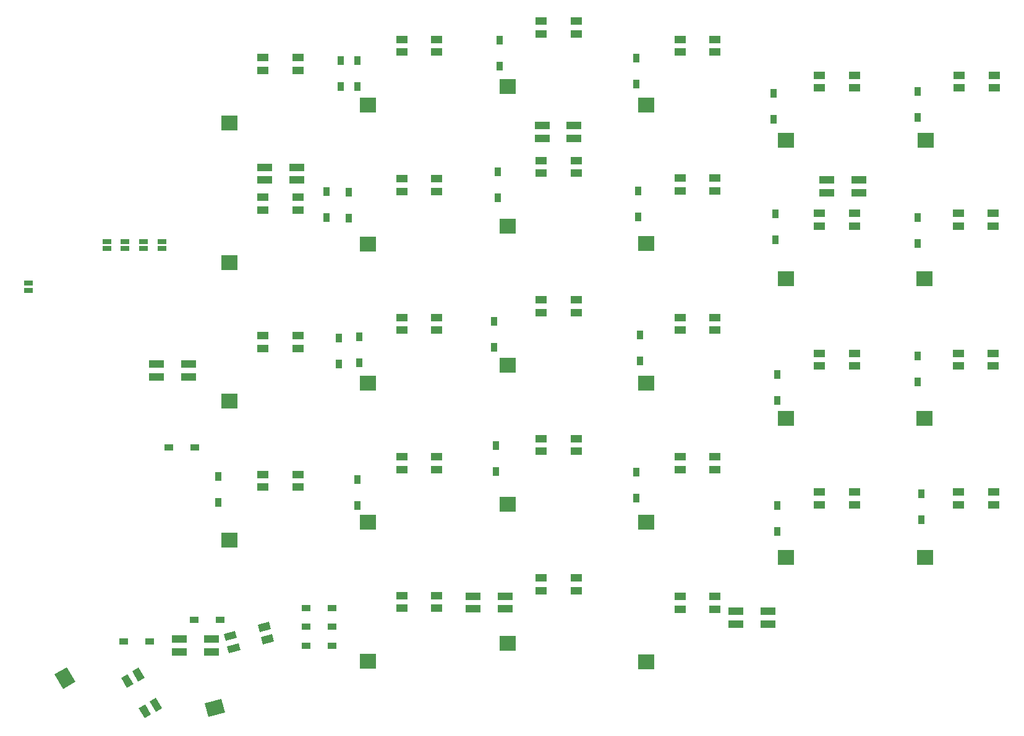
<source format=gtp>
G04 #@! TF.GenerationSoftware,KiCad,Pcbnew,(5.1.10-1-10_14)*
G04 #@! TF.CreationDate,2021-06-06T18:52:18-07:00*
G04 #@! TF.ProjectId,Soflyria,536f666c-7972-4696-912e-6b696361645f,rev?*
G04 #@! TF.SameCoordinates,Original*
G04 #@! TF.FileFunction,Paste,Top*
G04 #@! TF.FilePolarity,Positive*
%FSLAX46Y46*%
G04 Gerber Fmt 4.6, Leading zero omitted, Abs format (unit mm)*
G04 Created by KiCad (PCBNEW (5.1.10-1-10_14)) date 2021-06-06 18:52:18*
%MOMM*%
%LPD*%
G01*
G04 APERTURE LIST*
%ADD10R,2.000000X1.000000*%
%ADD11R,1.600000X1.000000*%
%ADD12R,2.300000X2.000000*%
%ADD13R,1.300000X0.950000*%
%ADD14R,0.950000X1.300000*%
%ADD15C,0.100000*%
%ADD16R,1.143000X0.635000*%
G04 APERTURE END LIST*
D10*
X106650000Y-125005000D03*
X106650000Y-123255000D03*
X111050000Y-125005000D03*
X111050000Y-123255000D03*
X122700000Y-58625000D03*
X122700000Y-60375000D03*
X118300000Y-58625000D03*
X118300000Y-60375000D03*
X156300000Y-54665000D03*
X156300000Y-52915000D03*
X160700000Y-54665000D03*
X160700000Y-52915000D03*
X199700000Y-60375000D03*
X199700000Y-62125000D03*
X195300000Y-60375000D03*
X195300000Y-62125000D03*
X146883600Y-119137600D03*
X146883600Y-117387600D03*
X151283600Y-119137600D03*
X151283600Y-117387600D03*
X182850000Y-121195000D03*
X182850000Y-119445000D03*
X187250000Y-121195000D03*
X187250000Y-119445000D03*
X103550000Y-87375000D03*
X103550000Y-85625000D03*
X107950000Y-87375000D03*
X107950000Y-85625000D03*
D11*
X218200000Y-47775000D03*
X218200000Y-46025000D03*
X213400000Y-47775000D03*
X213400000Y-46025000D03*
D12*
X208800000Y-54980000D03*
X151600000Y-104770000D03*
D11*
X156200000Y-95815000D03*
X156200000Y-97565000D03*
X161000000Y-95815000D03*
X161000000Y-97565000D03*
D12*
X189700000Y-112080000D03*
D11*
X194300000Y-103125000D03*
X194300000Y-104875000D03*
X199100000Y-103125000D03*
X199100000Y-104875000D03*
D12*
X208700000Y-73880000D03*
D11*
X213300000Y-64925000D03*
X213300000Y-66675000D03*
X218100000Y-64925000D03*
X218100000Y-66675000D03*
D12*
X189700000Y-73880000D03*
D11*
X194300000Y-64925000D03*
X194300000Y-66675000D03*
X199100000Y-64925000D03*
X199100000Y-66675000D03*
D12*
X189700000Y-93080000D03*
D11*
X194300000Y-84125000D03*
X194300000Y-85875000D03*
X199100000Y-84125000D03*
X199100000Y-85875000D03*
D12*
X132500000Y-50080000D03*
D11*
X137100000Y-41125000D03*
X137100000Y-42875000D03*
X141900000Y-41125000D03*
X141900000Y-42875000D03*
D13*
X124030000Y-119020000D03*
X127580000Y-119020000D03*
X127550000Y-121600000D03*
X124000000Y-121600000D03*
X124000000Y-124200000D03*
X127550000Y-124200000D03*
X108649800Y-120624800D03*
X112199800Y-120624800D03*
X99025000Y-123600000D03*
X102575000Y-123600000D03*
X105225000Y-97000000D03*
X108775000Y-97000000D03*
D14*
X208200000Y-103400000D03*
X208200000Y-106950000D03*
X188500000Y-104975000D03*
X188500000Y-108525000D03*
X169250000Y-100375000D03*
X169250000Y-103925000D03*
X150000000Y-96790000D03*
X150000000Y-100340000D03*
X131000000Y-101400000D03*
X131000000Y-104950000D03*
X112000000Y-100975000D03*
X112000000Y-104525000D03*
X207750000Y-84500000D03*
X207750000Y-88050000D03*
X188500000Y-87000000D03*
X188500000Y-90550000D03*
X169725000Y-81650000D03*
X169725000Y-85200000D03*
X149750000Y-79790000D03*
X149750000Y-83340000D03*
X131250000Y-81900000D03*
X131250000Y-85450000D03*
X128500000Y-82000000D03*
X128500000Y-85550000D03*
X207750000Y-65500000D03*
X207750000Y-69050000D03*
X188250000Y-65000000D03*
X188250000Y-68550000D03*
X169500000Y-61875000D03*
X169500000Y-65425000D03*
X150250000Y-59290000D03*
X150250000Y-62840000D03*
X129800000Y-62025000D03*
X129800000Y-65575000D03*
X126800000Y-62000000D03*
X126800000Y-65550000D03*
X207750000Y-48250000D03*
X207750000Y-51800000D03*
X188000000Y-48475000D03*
X188000000Y-52025000D03*
X169250000Y-43650000D03*
X169250000Y-47200000D03*
X150500000Y-41265000D03*
X150500000Y-44815000D03*
X131000000Y-44005500D03*
X131000000Y-47555500D03*
X128750000Y-44000000D03*
X128750000Y-47550000D03*
D12*
X170600000Y-126380000D03*
D11*
X175200000Y-117425000D03*
X175200000Y-119175000D03*
X180000000Y-117425000D03*
X180000000Y-119175000D03*
D12*
X151600000Y-123870000D03*
D11*
X156200000Y-114915000D03*
X156200000Y-116665000D03*
X161000000Y-114915000D03*
X161000000Y-116665000D03*
D12*
X132500000Y-126280000D03*
D11*
X137100000Y-117325000D03*
X137100000Y-119075000D03*
X141900000Y-117325000D03*
X141900000Y-119075000D03*
D15*
G36*
X110654276Y-133967390D02*
G01*
X110136638Y-132035538D01*
X112358268Y-131440254D01*
X112875906Y-133372106D01*
X110654276Y-133967390D01*
G37*
G36*
X114275138Y-122173371D02*
G01*
X114533957Y-123139297D01*
X112988476Y-123553407D01*
X112729657Y-122587481D01*
X114275138Y-122173371D01*
G37*
G36*
X114728071Y-123863741D02*
G01*
X114986890Y-124829667D01*
X113441409Y-125243777D01*
X113182590Y-124277851D01*
X114728071Y-123863741D01*
G37*
G36*
X118911582Y-120931039D02*
G01*
X119170401Y-121896965D01*
X117624920Y-122311075D01*
X117366101Y-121345149D01*
X118911582Y-120931039D01*
G37*
G36*
X119364515Y-122621409D02*
G01*
X119623334Y-123587335D01*
X118077853Y-124001445D01*
X117819034Y-123035519D01*
X119364515Y-122621409D01*
G37*
G36*
X89534629Y-128131893D02*
G01*
X91266679Y-127131893D01*
X92416679Y-129123751D01*
X90684629Y-130123751D01*
X89534629Y-128131893D01*
G37*
G36*
X101863925Y-128576859D02*
G01*
X100997899Y-129076859D01*
X100197899Y-127691219D01*
X101063925Y-127191219D01*
X101863925Y-128576859D01*
G37*
G36*
X100348380Y-129451859D02*
G01*
X99482354Y-129951859D01*
X98682354Y-128566219D01*
X99548380Y-128066219D01*
X100348380Y-129451859D01*
G37*
G36*
X104263925Y-132733781D02*
G01*
X103397899Y-133233781D01*
X102597899Y-131848141D01*
X103463925Y-131348141D01*
X104263925Y-132733781D01*
G37*
G36*
X102748380Y-133608781D02*
G01*
X101882354Y-134108781D01*
X101082354Y-132723141D01*
X101948380Y-132223141D01*
X102748380Y-133608781D01*
G37*
D12*
X208750000Y-112080000D03*
D11*
X213350000Y-103125000D03*
X213350000Y-104875000D03*
X218150000Y-103125000D03*
X218150000Y-104875000D03*
D12*
X170600000Y-107280000D03*
D11*
X175200000Y-98325000D03*
X175200000Y-100075000D03*
X180000000Y-98325000D03*
X180000000Y-100075000D03*
D12*
X132500000Y-107280000D03*
D11*
X137100000Y-98325000D03*
X137100000Y-100075000D03*
X141900000Y-98325000D03*
X141900000Y-100075000D03*
D12*
X113500000Y-109680000D03*
D11*
X118100000Y-100725000D03*
X118100000Y-102475000D03*
X122900000Y-100725000D03*
X122900000Y-102475000D03*
D12*
X208700000Y-93080000D03*
D11*
X213300000Y-84125000D03*
X213300000Y-85875000D03*
X218100000Y-84125000D03*
X218100000Y-85875000D03*
D12*
X170600000Y-88180000D03*
D11*
X175200000Y-79225000D03*
X175200000Y-80975000D03*
X180000000Y-79225000D03*
X180000000Y-80975000D03*
D12*
X151600000Y-85770000D03*
D11*
X156200000Y-76815000D03*
X156200000Y-78565000D03*
X161000000Y-76815000D03*
X161000000Y-78565000D03*
D12*
X132500000Y-88180000D03*
D11*
X137100000Y-79225000D03*
X137100000Y-80975000D03*
X141900000Y-79225000D03*
X141900000Y-80975000D03*
D12*
X113500000Y-90680000D03*
D11*
X118100000Y-81725000D03*
X118100000Y-83475000D03*
X122900000Y-81725000D03*
X122900000Y-83475000D03*
D12*
X170600000Y-69080000D03*
D11*
X175200000Y-60125000D03*
X175200000Y-61875000D03*
X180000000Y-60125000D03*
X180000000Y-61875000D03*
D12*
X151600000Y-66670000D03*
D11*
X156200000Y-57715000D03*
X156200000Y-59465000D03*
X161000000Y-57715000D03*
X161000000Y-59465000D03*
D12*
X132500000Y-69180000D03*
D11*
X137100000Y-60225000D03*
X137100000Y-61975000D03*
X141900000Y-60225000D03*
X141900000Y-61975000D03*
D12*
X113500000Y-71680000D03*
D11*
X118100000Y-62725000D03*
X118100000Y-64475000D03*
X122900000Y-62725000D03*
X122900000Y-64475000D03*
D12*
X189700000Y-54980000D03*
D11*
X194300000Y-46025000D03*
X194300000Y-47775000D03*
X199100000Y-46025000D03*
X199100000Y-47775000D03*
D12*
X170600000Y-50080000D03*
D11*
X175200000Y-41125000D03*
X175200000Y-42875000D03*
X180000000Y-41125000D03*
X180000000Y-42875000D03*
D12*
X151600000Y-47580000D03*
D11*
X156200000Y-38625000D03*
X156200000Y-40375000D03*
X161000000Y-38625000D03*
X161000000Y-40375000D03*
D12*
X113500000Y-52580000D03*
D11*
X118100000Y-43625000D03*
X118100000Y-45375000D03*
X122900000Y-43625000D03*
X122900000Y-45375000D03*
D16*
X86000000Y-74499620D03*
X86000000Y-75500380D03*
X96700000Y-68799620D03*
X96700000Y-69800380D03*
X99200000Y-68799620D03*
X99200000Y-69800380D03*
X101700000Y-68799620D03*
X101700000Y-69800380D03*
X104300000Y-68799620D03*
X104300000Y-69800380D03*
M02*

</source>
